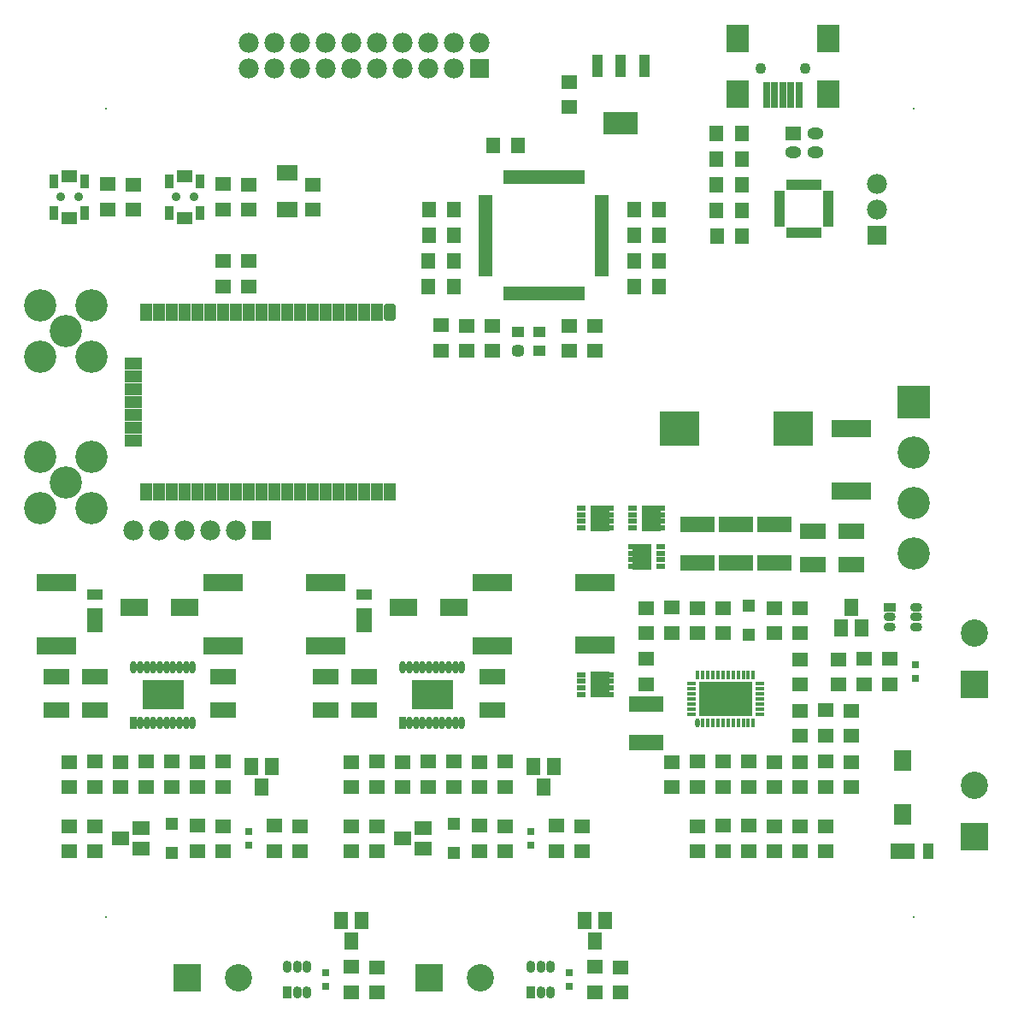
<source format=gts>
%FSLAX25Y25*%
%MOIN*%
G70*
G01*
G75*
G04 Layer_Color=8388736*
%ADD10R,0.20276X0.12402*%
%ADD11O,0.00984X0.02756*%
%ADD12R,0.00984X0.02756*%
%ADD13R,0.02756X0.00984*%
%ADD14R,0.15197X0.10787*%
%ADD15R,0.01772X0.04134*%
%ADD16O,0.01772X0.04134*%
%ADD17R,0.04000X0.06000*%
%ADD18R,0.06000X0.04000*%
G04:AMPARAMS|DCode=19|XSize=40mil|YSize=60mil|CornerRadius=10mil|HoleSize=0mil|Usage=FLASHONLY|Rotation=0.000|XOffset=0mil|YOffset=0mil|HoleType=Round|Shape=RoundedRectangle|*
%AMROUNDEDRECTD19*
21,1,0.04000,0.04000,0,0,0.0*
21,1,0.02000,0.06000,0,0,0.0*
1,1,0.02000,0.01000,-0.02000*
1,1,0.02000,-0.01000,-0.02000*
1,1,0.02000,-0.01000,0.02000*
1,1,0.02000,0.01000,0.02000*
%
%ADD19ROUNDEDRECTD19*%
%ADD20R,0.01181X0.03543*%
%ADD21R,0.03543X0.01181*%
%ADD22R,0.05512X0.04724*%
%ADD23R,0.12992X0.05512*%
%ADD24R,0.04724X0.05512*%
%ADD25R,0.09449X0.05118*%
G04:AMPARAMS|DCode=26|XSize=35.43mil|YSize=39.37mil|CornerRadius=8.86mil|HoleSize=0mil|Usage=FLASHONLY|Rotation=90.000|XOffset=0mil|YOffset=0mil|HoleType=Round|Shape=RoundedRectangle|*
%AMROUNDEDRECTD26*
21,1,0.03543,0.02165,0,0,90.0*
21,1,0.01772,0.03937,0,0,90.0*
1,1,0.01772,0.01083,0.00886*
1,1,0.01772,0.01083,-0.00886*
1,1,0.01772,-0.01083,-0.00886*
1,1,0.01772,-0.01083,0.00886*
%
%ADD26ROUNDEDRECTD26*%
%ADD27R,0.03937X0.03543*%
%ADD28R,0.02756X0.01654*%
%ADD29R,0.12598X0.08268*%
%ADD30R,0.03543X0.08268*%
%ADD31O,0.02717X0.03898*%
%ADD32R,0.02717X0.03898*%
%ADD33R,0.01181X0.04724*%
%ADD34R,0.04724X0.01181*%
%ADD35O,0.03898X0.02717*%
%ADD36R,0.03898X0.02717*%
%ADD37R,0.05000X0.06299*%
%ADD38R,0.07087X0.05512*%
%ADD39R,0.14567X0.05906*%
%ADD40R,0.08661X0.05512*%
%ADD41R,0.03543X0.05512*%
%ADD42R,0.09843X0.06299*%
%ADD43R,0.14764X0.12992*%
%ADD44R,0.05512X0.08661*%
%ADD45R,0.05512X0.03543*%
%ADD46R,0.06299X0.07500*%
%ADD47R,0.05512X0.03740*%
%ADD48R,0.02953X0.04528*%
%ADD49R,0.01772X0.09055*%
%ADD50R,0.07874X0.09843*%
%ADD51R,0.06299X0.05000*%
%ADD52R,0.04331X0.04331*%
%ADD53R,0.02362X0.01969*%
%ADD54O,0.05512X0.03937*%
%ADD55R,0.05512X0.04724*%
%ADD56C,0.00600*%
%ADD57C,0.01000*%
%ADD58C,0.02000*%
%ADD59C,0.03937*%
%ADD60C,0.07874*%
%ADD61R,0.06693X0.09331*%
%ADD62R,0.09843X0.09843*%
%ADD63C,0.09843*%
%ADD64C,0.11811*%
%ADD65C,0.02756*%
%ADD66C,0.03543*%
%ADD67C,0.07000*%
%ADD68R,0.07000X0.07000*%
%ADD69R,0.07000X0.07000*%
%ADD70R,0.09843X0.09843*%
%ADD71R,0.11811X0.11811*%
%ADD72C,0.02800*%
%ADD73C,0.00787*%
%ADD74C,0.00984*%
%ADD75C,0.01969*%
%ADD76C,0.00500*%
%ADD77R,0.01969X0.01969*%
%ADD78R,0.03937X0.03937*%
%ADD79R,0.01575X0.01575*%
%ADD80R,0.07480X0.10236*%
%ADD81R,0.21076X0.13202*%
%ADD82O,0.01784X0.03556*%
%ADD83R,0.01784X0.03556*%
%ADD84R,0.03556X0.01784*%
%ADD85R,0.15997X0.11587*%
%ADD86R,0.02572X0.04934*%
%ADD87O,0.02572X0.04934*%
%ADD88R,0.04800X0.06800*%
%ADD89R,0.06800X0.04800*%
G04:AMPARAMS|DCode=90|XSize=48mil|YSize=68mil|CornerRadius=14mil|HoleSize=0mil|Usage=FLASHONLY|Rotation=0.000|XOffset=0mil|YOffset=0mil|HoleType=Round|Shape=RoundedRectangle|*
%AMROUNDEDRECTD90*
21,1,0.04800,0.04000,0,0,0.0*
21,1,0.02000,0.06800,0,0,0.0*
1,1,0.02800,0.01000,-0.02000*
1,1,0.02800,-0.01000,-0.02000*
1,1,0.02800,-0.01000,0.02000*
1,1,0.02800,0.01000,0.02000*
%
%ADD90ROUNDEDRECTD90*%
%ADD91R,0.01981X0.04343*%
%ADD92R,0.04343X0.01981*%
%ADD93R,0.06312X0.05524*%
%ADD94R,0.13792X0.06312*%
%ADD95R,0.05524X0.06312*%
%ADD96R,0.10249X0.05918*%
G04:AMPARAMS|DCode=97|XSize=43.43mil|YSize=47.37mil|CornerRadius=12.86mil|HoleSize=0mil|Usage=FLASHONLY|Rotation=90.000|XOffset=0mil|YOffset=0mil|HoleType=Round|Shape=RoundedRectangle|*
%AMROUNDEDRECTD97*
21,1,0.04343,0.02165,0,0,90.0*
21,1,0.01772,0.04737,0,0,90.0*
1,1,0.02572,0.01083,0.00886*
1,1,0.02572,0.01083,-0.00886*
1,1,0.02572,-0.01083,-0.00886*
1,1,0.02572,-0.01083,0.00886*
%
%ADD97ROUNDEDRECTD97*%
%ADD98R,0.04737X0.04343*%
%ADD99R,0.03556X0.02454*%
%ADD100R,0.13398X0.09068*%
%ADD101R,0.04343X0.09068*%
%ADD102O,0.03517X0.04698*%
%ADD103R,0.03517X0.04698*%
%ADD104R,0.01981X0.05524*%
%ADD105R,0.05524X0.01981*%
%ADD106O,0.04698X0.03517*%
%ADD107R,0.04698X0.03517*%
%ADD108R,0.05800X0.07099*%
%ADD109R,0.07887X0.06312*%
%ADD110R,0.15367X0.06706*%
%ADD111R,0.09461X0.06312*%
%ADD112R,0.04343X0.06312*%
%ADD113R,0.10642X0.07099*%
%ADD114R,0.15564X0.13792*%
%ADD115R,0.06312X0.09461*%
%ADD116R,0.06312X0.04343*%
%ADD117R,0.07099X0.08300*%
%ADD118R,0.06312X0.04540*%
%ADD119R,0.03753X0.05328*%
%ADD120R,0.02572X0.09855*%
%ADD121R,0.08674X0.10642*%
%ADD122R,0.07099X0.05800*%
%ADD123R,0.05131X0.05131*%
%ADD124R,0.03162X0.02769*%
%ADD125O,0.06312X0.04737*%
%ADD126R,0.06312X0.05524*%
%ADD127C,0.00800*%
%ADD128R,0.10642X0.10642*%
%ADD129C,0.10642*%
%ADD130C,0.12611*%
%ADD131C,0.03556*%
%ADD132C,0.04343*%
%ADD133C,0.07800*%
%ADD134R,0.07800X0.07800*%
%ADD135R,0.07800X0.07800*%
%ADD136R,0.10642X0.10642*%
%ADD137R,0.12611X0.12611*%
D80*
X231772Y130000D02*
D03*
Y194862D02*
D03*
X251772D02*
D03*
X248228Y179862D02*
D03*
D81*
X280827Y124449D02*
D03*
D82*
X270000Y115000D02*
D03*
D83*
X271969D02*
D03*
X273937D02*
D03*
X275905D02*
D03*
X277874D02*
D03*
X279842D02*
D03*
X281811D02*
D03*
X283780D02*
D03*
X285748D02*
D03*
X287717D02*
D03*
X289685D02*
D03*
X291653D02*
D03*
Y133898D02*
D03*
X289685D02*
D03*
X287717D02*
D03*
X285748D02*
D03*
X283780D02*
D03*
X281811D02*
D03*
X279842D02*
D03*
X277874D02*
D03*
X275905D02*
D03*
X273937D02*
D03*
X271969D02*
D03*
X270000D02*
D03*
D84*
X294213Y118543D02*
D03*
Y120512D02*
D03*
Y122480D02*
D03*
Y124449D02*
D03*
Y126417D02*
D03*
Y128386D02*
D03*
Y130354D02*
D03*
X267441D02*
D03*
Y128386D02*
D03*
Y126417D02*
D03*
Y124449D02*
D03*
Y122480D02*
D03*
Y120512D02*
D03*
Y118543D02*
D03*
D85*
X61516Y125925D02*
D03*
X166516D02*
D03*
D86*
X50000Y115000D02*
D03*
X155000D02*
D03*
D87*
X52559D02*
D03*
X55118D02*
D03*
X57677D02*
D03*
X60236D02*
D03*
X62795D02*
D03*
X65354D02*
D03*
X67913D02*
D03*
X70473D02*
D03*
X73032D02*
D03*
X50000Y136850D02*
D03*
X52559D02*
D03*
X55118D02*
D03*
X57677D02*
D03*
X60236D02*
D03*
X62795D02*
D03*
X65354D02*
D03*
X67913D02*
D03*
X70473D02*
D03*
X73032D02*
D03*
X157559Y115000D02*
D03*
X160118D02*
D03*
X162677D02*
D03*
X165236D02*
D03*
X167795D02*
D03*
X170354D02*
D03*
X172913D02*
D03*
X175472D02*
D03*
X178032D02*
D03*
X155000Y136850D02*
D03*
X157559D02*
D03*
X160118D02*
D03*
X162677D02*
D03*
X165236D02*
D03*
X167795D02*
D03*
X170354D02*
D03*
X172913D02*
D03*
X175472D02*
D03*
X178032D02*
D03*
D88*
X150000Y205000D02*
D03*
X145000D02*
D03*
X140000D02*
D03*
X135000D02*
D03*
X130000D02*
D03*
X125000D02*
D03*
X120000D02*
D03*
X115000D02*
D03*
X110000D02*
D03*
X105000D02*
D03*
X100000D02*
D03*
X95000D02*
D03*
X90000D02*
D03*
X85000D02*
D03*
X80000D02*
D03*
X75000D02*
D03*
X70000D02*
D03*
X65000D02*
D03*
X60000D02*
D03*
X55000D02*
D03*
Y275000D02*
D03*
X60000D02*
D03*
X65000D02*
D03*
X70000D02*
D03*
X75000D02*
D03*
X80000D02*
D03*
X85000D02*
D03*
X90000D02*
D03*
X95000D02*
D03*
X100000D02*
D03*
X105000D02*
D03*
X110000D02*
D03*
X115000D02*
D03*
X120000D02*
D03*
X125000D02*
D03*
X130000D02*
D03*
X135000D02*
D03*
X140000D02*
D03*
X145000D02*
D03*
D89*
X50000Y225000D02*
D03*
Y230000D02*
D03*
Y235000D02*
D03*
Y240000D02*
D03*
Y245000D02*
D03*
Y250000D02*
D03*
Y255000D02*
D03*
D90*
X150000Y275000D02*
D03*
D91*
X317284Y324843D02*
D03*
X315315D02*
D03*
X313347D02*
D03*
X311378D02*
D03*
X309409D02*
D03*
X307441D02*
D03*
X305472D02*
D03*
Y305945D02*
D03*
X307441D02*
D03*
X309409D02*
D03*
X311378D02*
D03*
X313347D02*
D03*
X315315D02*
D03*
X317284D02*
D03*
D92*
X301929Y321299D02*
D03*
Y319331D02*
D03*
Y317362D02*
D03*
Y315394D02*
D03*
Y313425D02*
D03*
Y311457D02*
D03*
Y309488D02*
D03*
X320827D02*
D03*
Y311457D02*
D03*
Y313425D02*
D03*
Y315394D02*
D03*
Y317362D02*
D03*
Y319331D02*
D03*
Y321299D02*
D03*
D93*
X180000Y260000D02*
D03*
Y269843D02*
D03*
X250000Y140000D02*
D03*
Y130157D02*
D03*
X220000Y355000D02*
D03*
Y364843D02*
D03*
X40000Y325000D02*
D03*
Y315158D02*
D03*
X85000Y325000D02*
D03*
Y315158D02*
D03*
X230000Y260000D02*
D03*
Y269843D02*
D03*
X170000Y270000D02*
D03*
Y260157D02*
D03*
X190000Y260000D02*
D03*
Y269843D02*
D03*
X220000Y260000D02*
D03*
Y269843D02*
D03*
X50000Y315000D02*
D03*
Y324843D02*
D03*
X95000Y315000D02*
D03*
Y324843D02*
D03*
X120000Y315000D02*
D03*
Y324843D02*
D03*
X25000Y65000D02*
D03*
Y74843D02*
D03*
X35000Y65000D02*
D03*
Y74843D02*
D03*
X75000Y75000D02*
D03*
Y65158D02*
D03*
X85000Y65000D02*
D03*
Y74843D02*
D03*
X105000Y75000D02*
D03*
Y65158D02*
D03*
X115000Y65000D02*
D03*
Y74843D02*
D03*
X135000Y65000D02*
D03*
Y74843D02*
D03*
X145000Y65000D02*
D03*
Y74843D02*
D03*
X185000Y75000D02*
D03*
Y65158D02*
D03*
X195000Y65000D02*
D03*
Y74843D02*
D03*
X215000Y75000D02*
D03*
Y65158D02*
D03*
X225000Y65000D02*
D03*
Y74843D02*
D03*
X135000Y20000D02*
D03*
Y10158D02*
D03*
X145000Y10000D02*
D03*
Y19842D02*
D03*
X230000Y20000D02*
D03*
Y10158D02*
D03*
X240000Y10000D02*
D03*
Y19842D02*
D03*
X270000Y65000D02*
D03*
Y74843D02*
D03*
X280000Y75000D02*
D03*
Y65158D02*
D03*
X290000Y75000D02*
D03*
Y65158D02*
D03*
X300000Y65000D02*
D03*
Y74843D02*
D03*
X310000Y65000D02*
D03*
Y74843D02*
D03*
X320000Y65000D02*
D03*
Y74843D02*
D03*
X260000Y99862D02*
D03*
Y90020D02*
D03*
X270000Y100000D02*
D03*
Y90158D02*
D03*
X280000Y100000D02*
D03*
Y90158D02*
D03*
X290000Y100000D02*
D03*
Y90158D02*
D03*
X300000Y90000D02*
D03*
Y99843D02*
D03*
X310000Y90000D02*
D03*
Y99843D02*
D03*
X320000Y100000D02*
D03*
Y90158D02*
D03*
X330000Y90000D02*
D03*
Y99843D02*
D03*
X25000Y90000D02*
D03*
Y99843D02*
D03*
X35000Y100000D02*
D03*
Y90158D02*
D03*
X45000Y90000D02*
D03*
Y99843D02*
D03*
X55000Y100000D02*
D03*
Y90158D02*
D03*
X65000Y100000D02*
D03*
Y90158D02*
D03*
X75000Y90000D02*
D03*
Y99843D02*
D03*
X85000Y100000D02*
D03*
Y90158D02*
D03*
X135000Y90000D02*
D03*
Y99843D02*
D03*
X145000Y100000D02*
D03*
Y90158D02*
D03*
X155000Y90000D02*
D03*
Y99843D02*
D03*
X165000Y100000D02*
D03*
Y90158D02*
D03*
X175000Y100000D02*
D03*
Y90158D02*
D03*
X185000Y90000D02*
D03*
Y99843D02*
D03*
X195000Y100000D02*
D03*
Y90158D02*
D03*
X310000Y110000D02*
D03*
Y119843D02*
D03*
X320000Y120000D02*
D03*
Y110158D02*
D03*
X330000Y110000D02*
D03*
Y119843D02*
D03*
X310000Y139842D02*
D03*
Y130000D02*
D03*
X325000D02*
D03*
Y139842D02*
D03*
X335000Y140000D02*
D03*
Y130157D02*
D03*
X345000Y140000D02*
D03*
Y130157D02*
D03*
X250000Y150000D02*
D03*
Y159843D02*
D03*
X260000Y160000D02*
D03*
Y150157D02*
D03*
X270000Y150000D02*
D03*
Y159843D02*
D03*
X280000Y150000D02*
D03*
Y159843D02*
D03*
X300000Y150000D02*
D03*
Y159843D02*
D03*
X310000Y150000D02*
D03*
Y159843D02*
D03*
X85000Y295000D02*
D03*
Y285157D02*
D03*
X95000Y295000D02*
D03*
Y285157D02*
D03*
D94*
X250000Y122480D02*
D03*
Y107520D02*
D03*
X285000Y177382D02*
D03*
Y192342D02*
D03*
X270000Y177382D02*
D03*
Y192342D02*
D03*
X300000Y177382D02*
D03*
Y192342D02*
D03*
D95*
X200000Y340000D02*
D03*
X190157D02*
D03*
X255000Y285000D02*
D03*
X245158D02*
D03*
X255000Y295000D02*
D03*
X245158D02*
D03*
X255000Y305000D02*
D03*
X245158D02*
D03*
X287283Y304842D02*
D03*
X277441D02*
D03*
X277284Y314843D02*
D03*
X287126D02*
D03*
X255000Y315000D02*
D03*
X245158D02*
D03*
X277284Y324843D02*
D03*
X287126D02*
D03*
X277284Y334842D02*
D03*
X287126D02*
D03*
X277284Y344843D02*
D03*
X287126D02*
D03*
X175000Y315000D02*
D03*
X165157D02*
D03*
X165000Y285000D02*
D03*
X174843D02*
D03*
X165000Y295000D02*
D03*
X174843D02*
D03*
X175000Y305000D02*
D03*
X165157D02*
D03*
D96*
X315000Y189862D02*
D03*
Y176870D02*
D03*
X330000Y189862D02*
D03*
Y176870D02*
D03*
X20000Y120000D02*
D03*
Y132992D02*
D03*
X35000Y120000D02*
D03*
Y132992D02*
D03*
X125000Y120000D02*
D03*
Y132992D02*
D03*
X140000Y120000D02*
D03*
Y132992D02*
D03*
X85000Y120000D02*
D03*
Y132992D02*
D03*
X190000Y120000D02*
D03*
Y132992D02*
D03*
D97*
X200000Y260000D02*
D03*
D98*
X208268D02*
D03*
Y267480D02*
D03*
X200000D02*
D03*
D99*
X235512Y133839D02*
D03*
Y131280D02*
D03*
Y128720D02*
D03*
Y126161D02*
D03*
X224488D02*
D03*
Y128720D02*
D03*
Y131280D02*
D03*
Y133839D02*
D03*
X235512Y198701D02*
D03*
Y196142D02*
D03*
Y193583D02*
D03*
Y191024D02*
D03*
X224488D02*
D03*
Y193583D02*
D03*
Y196142D02*
D03*
Y198701D02*
D03*
X255512D02*
D03*
Y196142D02*
D03*
Y193583D02*
D03*
Y191024D02*
D03*
X244488D02*
D03*
Y193583D02*
D03*
Y196142D02*
D03*
Y198701D02*
D03*
Y176024D02*
D03*
Y178583D02*
D03*
Y181142D02*
D03*
Y183701D02*
D03*
X255512D02*
D03*
Y181142D02*
D03*
Y178583D02*
D03*
Y176024D02*
D03*
D100*
X240000Y348780D02*
D03*
D101*
X230945Y371220D02*
D03*
X240000D02*
D03*
X249055D02*
D03*
D102*
X117480Y20197D02*
D03*
X113740D02*
D03*
X110000D02*
D03*
X117480Y10000D02*
D03*
X113740D02*
D03*
X212480Y20197D02*
D03*
X208740D02*
D03*
X205000D02*
D03*
X212480Y10000D02*
D03*
X208740D02*
D03*
D103*
X110000D02*
D03*
X205000D02*
D03*
D104*
X195236Y282362D02*
D03*
X197205D02*
D03*
X199173D02*
D03*
X201142D02*
D03*
X203110D02*
D03*
X205079D02*
D03*
X207047D02*
D03*
X209016D02*
D03*
X210984D02*
D03*
X212953D02*
D03*
X214921D02*
D03*
X216890D02*
D03*
X218858D02*
D03*
X220827D02*
D03*
X222795D02*
D03*
X224764D02*
D03*
Y327638D02*
D03*
X222795D02*
D03*
X220827D02*
D03*
X218858D02*
D03*
X216890D02*
D03*
X214921D02*
D03*
X212953D02*
D03*
X210984D02*
D03*
X209016D02*
D03*
X207047D02*
D03*
X205079D02*
D03*
X203110D02*
D03*
X201142D02*
D03*
X199173D02*
D03*
X197205D02*
D03*
X195236D02*
D03*
D105*
X232638Y290236D02*
D03*
Y292205D02*
D03*
Y294173D02*
D03*
Y296142D02*
D03*
Y298110D02*
D03*
Y300079D02*
D03*
Y302047D02*
D03*
Y304016D02*
D03*
Y305984D02*
D03*
Y307953D02*
D03*
Y309921D02*
D03*
Y311890D02*
D03*
Y313858D02*
D03*
Y315827D02*
D03*
Y317795D02*
D03*
Y319764D02*
D03*
X187362Y319764D02*
D03*
Y317795D02*
D03*
Y315827D02*
D03*
Y313858D02*
D03*
Y311890D02*
D03*
Y309921D02*
D03*
Y307953D02*
D03*
Y305984D02*
D03*
Y304016D02*
D03*
Y302047D02*
D03*
Y300079D02*
D03*
Y298110D02*
D03*
Y296142D02*
D03*
Y294173D02*
D03*
Y292205D02*
D03*
Y290236D02*
D03*
D106*
X355197Y152520D02*
D03*
Y156260D02*
D03*
Y160000D02*
D03*
X345000Y152520D02*
D03*
Y156260D02*
D03*
D107*
Y160000D02*
D03*
D108*
X326000Y152000D02*
D03*
X334000D02*
D03*
X330000Y160000D02*
D03*
X139000Y38000D02*
D03*
X131000D02*
D03*
X135000Y30000D02*
D03*
X234000Y38000D02*
D03*
X226000D02*
D03*
X230000Y30000D02*
D03*
X104000Y98000D02*
D03*
X96000D02*
D03*
X100000Y90000D02*
D03*
X214000Y98000D02*
D03*
X206000D02*
D03*
X210000Y90000D02*
D03*
D109*
X110000Y329567D02*
D03*
Y315000D02*
D03*
D110*
X230000Y169862D02*
D03*
Y145256D02*
D03*
X85000Y145000D02*
D03*
Y169606D02*
D03*
X190000Y145000D02*
D03*
Y169606D02*
D03*
X20000Y145000D02*
D03*
Y169606D02*
D03*
X125000Y145000D02*
D03*
Y169606D02*
D03*
X330000Y229862D02*
D03*
Y205256D02*
D03*
D111*
X349980Y65000D02*
D03*
D112*
X360020D02*
D03*
D113*
X69842Y160000D02*
D03*
X50157D02*
D03*
X174843D02*
D03*
X155157D02*
D03*
D114*
X262756Y229862D02*
D03*
X307244D02*
D03*
D115*
X35000Y154980D02*
D03*
X140000D02*
D03*
D116*
X35000Y165020D02*
D03*
X140000D02*
D03*
D117*
X350000Y100362D02*
D03*
Y79362D02*
D03*
D118*
X25000Y328169D02*
D03*
Y311831D02*
D03*
X70000Y328169D02*
D03*
Y311831D02*
D03*
D119*
X31004Y326201D02*
D03*
Y313799D02*
D03*
X18996Y326201D02*
D03*
Y313799D02*
D03*
X76004Y326201D02*
D03*
Y313799D02*
D03*
X63996Y326201D02*
D03*
Y313799D02*
D03*
D120*
X296850Y359842D02*
D03*
X300000D02*
D03*
X309449D02*
D03*
X306299D02*
D03*
X303150D02*
D03*
D121*
X320866Y360236D02*
D03*
X285433D02*
D03*
X320866Y381890D02*
D03*
X285433D02*
D03*
D122*
X53000Y66000D02*
D03*
Y74000D02*
D03*
X45000Y70000D02*
D03*
X163000Y66000D02*
D03*
Y74000D02*
D03*
X155000Y70000D02*
D03*
D123*
X65000Y64291D02*
D03*
Y75709D02*
D03*
X175000Y64291D02*
D03*
Y75709D02*
D03*
X290000Y160709D02*
D03*
Y149291D02*
D03*
D124*
X95000Y67244D02*
D03*
Y72756D02*
D03*
X205000Y67244D02*
D03*
Y72756D02*
D03*
X125000Y12244D02*
D03*
Y17756D02*
D03*
X220000Y12244D02*
D03*
Y17756D02*
D03*
X355000Y137756D02*
D03*
Y132244D02*
D03*
D125*
X315945Y337362D02*
D03*
Y344843D02*
D03*
X307283Y337362D02*
D03*
D126*
Y344843D02*
D03*
D127*
X39370Y39370D02*
D03*
Y354331D02*
D03*
X354331D02*
D03*
Y39370D02*
D03*
D128*
X70866Y15748D02*
D03*
X165354D02*
D03*
D129*
X90866D02*
D03*
X185354D02*
D03*
X377953Y149941D02*
D03*
Y90886D02*
D03*
D130*
X13583Y218701D02*
D03*
Y198622D02*
D03*
X33661D02*
D03*
X23622Y208661D02*
D03*
X33661Y218701D02*
D03*
X13583Y277756D02*
D03*
Y257677D02*
D03*
X33661D02*
D03*
X23622Y267717D02*
D03*
X33661Y277756D02*
D03*
X354331Y220492D02*
D03*
Y200807D02*
D03*
Y181122D02*
D03*
D131*
X28543Y320000D02*
D03*
X21457D02*
D03*
X73543D02*
D03*
X66457D02*
D03*
D132*
X294488Y370079D02*
D03*
X311811D02*
D03*
D133*
X340000Y325000D02*
D03*
Y315000D02*
D03*
X60000Y190000D02*
D03*
X80000D02*
D03*
X50000D02*
D03*
X70000D02*
D03*
X90000D02*
D03*
X185039Y380079D02*
D03*
X175039D02*
D03*
X165039D02*
D03*
X155039D02*
D03*
X145039D02*
D03*
X135039D02*
D03*
X125039D02*
D03*
X115039D02*
D03*
X175039Y370079D02*
D03*
X165039D02*
D03*
X155039D02*
D03*
X145039D02*
D03*
X135039D02*
D03*
X125039D02*
D03*
X115039D02*
D03*
X95039D02*
D03*
X105039D02*
D03*
X95039Y380079D02*
D03*
X105039D02*
D03*
D134*
X340000Y305000D02*
D03*
D135*
X100000Y190000D02*
D03*
X185039Y370079D02*
D03*
D136*
X377953Y129941D02*
D03*
Y70886D02*
D03*
D137*
X354331Y240177D02*
D03*
M02*

</source>
